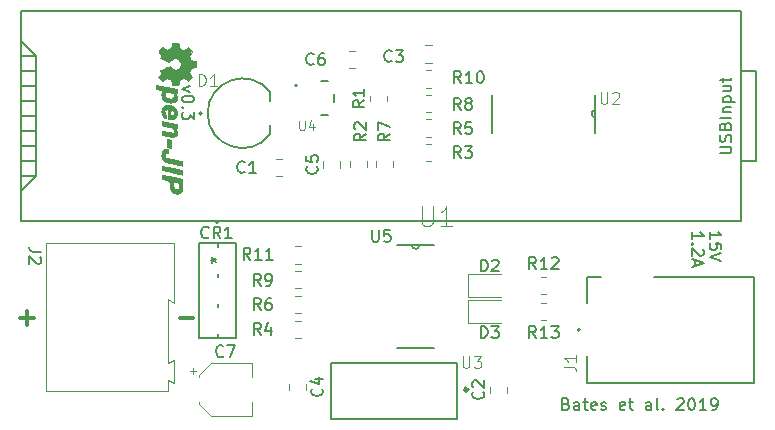
<source format=gbr>
%TF.GenerationSoftware,KiCad,Pcbnew,(5.1.8-0-10_14)*%
%TF.CreationDate,2021-01-27T14:23:45+11:00*%
%TF.ProjectId,Open-JIP(KiCad)_T3.6,4f70656e-2d4a-4495-9028-4b6943616429,rev?*%
%TF.SameCoordinates,Original*%
%TF.FileFunction,Legend,Top*%
%TF.FilePolarity,Positive*%
%FSLAX46Y46*%
G04 Gerber Fmt 4.6, Leading zero omitted, Abs format (unit mm)*
G04 Created by KiCad (PCBNEW (5.1.8-0-10_14)) date 2021-01-27 14:23:45*
%MOMM*%
%LPD*%
G01*
G04 APERTURE LIST*
%ADD10C,0.150000*%
%ADD11C,0.300000*%
%ADD12C,0.010000*%
%ADD13C,0.127000*%
%ADD14C,0.200000*%
%ADD15C,0.120000*%
%ADD16C,0.152400*%
%ADD17C,0.100000*%
%ADD18C,0.015000*%
G04 APERTURE END LIST*
D10*
X186547619Y-92642857D02*
X186547619Y-92071428D01*
X186547619Y-92357142D02*
X187547619Y-92357142D01*
X187404761Y-92261904D01*
X187309523Y-92166666D01*
X187261904Y-92071428D01*
X186642857Y-93071428D02*
X186595238Y-93119047D01*
X186547619Y-93071428D01*
X186595238Y-93023809D01*
X186642857Y-93071428D01*
X186547619Y-93071428D01*
X187452380Y-93500000D02*
X187500000Y-93547619D01*
X187547619Y-93642857D01*
X187547619Y-93880952D01*
X187500000Y-93976190D01*
X187452380Y-94023809D01*
X187357142Y-94071428D01*
X187261904Y-94071428D01*
X187119047Y-94023809D01*
X186547619Y-93452380D01*
X186547619Y-94071428D01*
X186833333Y-94452380D02*
X186833333Y-94928571D01*
X186547619Y-94357142D02*
X187547619Y-94690476D01*
X186547619Y-95023809D01*
X188047619Y-92630952D02*
X188047619Y-92059523D01*
X188047619Y-92345238D02*
X189047619Y-92345238D01*
X188904761Y-92250000D01*
X188809523Y-92154761D01*
X188761904Y-92059523D01*
X189047619Y-93535714D02*
X189047619Y-93059523D01*
X188571428Y-93011904D01*
X188619047Y-93059523D01*
X188666666Y-93154761D01*
X188666666Y-93392857D01*
X188619047Y-93488095D01*
X188571428Y-93535714D01*
X188476190Y-93583333D01*
X188238095Y-93583333D01*
X188142857Y-93535714D01*
X188095238Y-93488095D01*
X188047619Y-93392857D01*
X188047619Y-93154761D01*
X188095238Y-93059523D01*
X188142857Y-93011904D01*
X189047619Y-93869047D02*
X188047619Y-94202380D01*
X189047619Y-94535714D01*
X144058285Y-79695428D02*
X143391619Y-79933523D01*
X144058285Y-80171619D01*
X144391619Y-80743047D02*
X144391619Y-80838285D01*
X144344000Y-80933523D01*
X144296380Y-80981142D01*
X144201142Y-81028761D01*
X144010666Y-81076380D01*
X143772571Y-81076380D01*
X143582095Y-81028761D01*
X143486857Y-80981142D01*
X143439238Y-80933523D01*
X143391619Y-80838285D01*
X143391619Y-80743047D01*
X143439238Y-80647809D01*
X143486857Y-80600190D01*
X143582095Y-80552571D01*
X143772571Y-80504952D01*
X144010666Y-80504952D01*
X144201142Y-80552571D01*
X144296380Y-80600190D01*
X144344000Y-80647809D01*
X144391619Y-80743047D01*
X143486857Y-81504952D02*
X143439238Y-81552571D01*
X143391619Y-81504952D01*
X143439238Y-81457333D01*
X143486857Y-81504952D01*
X143391619Y-81504952D01*
X144391619Y-81885904D02*
X144391619Y-82504952D01*
X144010666Y-82171619D01*
X144010666Y-82314476D01*
X143963047Y-82409714D01*
X143915428Y-82457333D01*
X143820190Y-82504952D01*
X143582095Y-82504952D01*
X143486857Y-82457333D01*
X143439238Y-82409714D01*
X143391619Y-82314476D01*
X143391619Y-82028761D01*
X143439238Y-81933523D01*
X143486857Y-81885904D01*
X175903714Y-106608571D02*
X176046571Y-106656190D01*
X176094190Y-106703809D01*
X176141809Y-106799047D01*
X176141809Y-106941904D01*
X176094190Y-107037142D01*
X176046571Y-107084761D01*
X175951333Y-107132380D01*
X175570380Y-107132380D01*
X175570380Y-106132380D01*
X175903714Y-106132380D01*
X175998952Y-106180000D01*
X176046571Y-106227619D01*
X176094190Y-106322857D01*
X176094190Y-106418095D01*
X176046571Y-106513333D01*
X175998952Y-106560952D01*
X175903714Y-106608571D01*
X175570380Y-106608571D01*
X176998952Y-107132380D02*
X176998952Y-106608571D01*
X176951333Y-106513333D01*
X176856095Y-106465714D01*
X176665619Y-106465714D01*
X176570380Y-106513333D01*
X176998952Y-107084761D02*
X176903714Y-107132380D01*
X176665619Y-107132380D01*
X176570380Y-107084761D01*
X176522761Y-106989523D01*
X176522761Y-106894285D01*
X176570380Y-106799047D01*
X176665619Y-106751428D01*
X176903714Y-106751428D01*
X176998952Y-106703809D01*
X177332285Y-106465714D02*
X177713238Y-106465714D01*
X177475142Y-106132380D02*
X177475142Y-106989523D01*
X177522761Y-107084761D01*
X177618000Y-107132380D01*
X177713238Y-107132380D01*
X178427523Y-107084761D02*
X178332285Y-107132380D01*
X178141809Y-107132380D01*
X178046571Y-107084761D01*
X177998952Y-106989523D01*
X177998952Y-106608571D01*
X178046571Y-106513333D01*
X178141809Y-106465714D01*
X178332285Y-106465714D01*
X178427523Y-106513333D01*
X178475142Y-106608571D01*
X178475142Y-106703809D01*
X177998952Y-106799047D01*
X178856095Y-107084761D02*
X178951333Y-107132380D01*
X179141809Y-107132380D01*
X179237047Y-107084761D01*
X179284666Y-106989523D01*
X179284666Y-106941904D01*
X179237047Y-106846666D01*
X179141809Y-106799047D01*
X178998952Y-106799047D01*
X178903714Y-106751428D01*
X178856095Y-106656190D01*
X178856095Y-106608571D01*
X178903714Y-106513333D01*
X178998952Y-106465714D01*
X179141809Y-106465714D01*
X179237047Y-106513333D01*
X180856095Y-107084761D02*
X180760857Y-107132380D01*
X180570380Y-107132380D01*
X180475142Y-107084761D01*
X180427523Y-106989523D01*
X180427523Y-106608571D01*
X180475142Y-106513333D01*
X180570380Y-106465714D01*
X180760857Y-106465714D01*
X180856095Y-106513333D01*
X180903714Y-106608571D01*
X180903714Y-106703809D01*
X180427523Y-106799047D01*
X181189428Y-106465714D02*
X181570380Y-106465714D01*
X181332285Y-106132380D02*
X181332285Y-106989523D01*
X181379904Y-107084761D01*
X181475142Y-107132380D01*
X181570380Y-107132380D01*
X183094190Y-107132380D02*
X183094190Y-106608571D01*
X183046571Y-106513333D01*
X182951333Y-106465714D01*
X182760857Y-106465714D01*
X182665619Y-106513333D01*
X183094190Y-107084761D02*
X182998952Y-107132380D01*
X182760857Y-107132380D01*
X182665619Y-107084761D01*
X182618000Y-106989523D01*
X182618000Y-106894285D01*
X182665619Y-106799047D01*
X182760857Y-106751428D01*
X182998952Y-106751428D01*
X183094190Y-106703809D01*
X183713238Y-107132380D02*
X183618000Y-107084761D01*
X183570380Y-106989523D01*
X183570380Y-106132380D01*
X184094190Y-107037142D02*
X184141809Y-107084761D01*
X184094190Y-107132380D01*
X184046571Y-107084761D01*
X184094190Y-107037142D01*
X184094190Y-107132380D01*
X185284666Y-106227619D02*
X185332285Y-106180000D01*
X185427523Y-106132380D01*
X185665619Y-106132380D01*
X185760857Y-106180000D01*
X185808476Y-106227619D01*
X185856095Y-106322857D01*
X185856095Y-106418095D01*
X185808476Y-106560952D01*
X185237047Y-107132380D01*
X185856095Y-107132380D01*
X186475142Y-106132380D02*
X186570380Y-106132380D01*
X186665619Y-106180000D01*
X186713238Y-106227619D01*
X186760857Y-106322857D01*
X186808476Y-106513333D01*
X186808476Y-106751428D01*
X186760857Y-106941904D01*
X186713238Y-107037142D01*
X186665619Y-107084761D01*
X186570380Y-107132380D01*
X186475142Y-107132380D01*
X186379904Y-107084761D01*
X186332285Y-107037142D01*
X186284666Y-106941904D01*
X186237047Y-106751428D01*
X186237047Y-106513333D01*
X186284666Y-106322857D01*
X186332285Y-106227619D01*
X186379904Y-106180000D01*
X186475142Y-106132380D01*
X187760857Y-107132380D02*
X187189428Y-107132380D01*
X187475142Y-107132380D02*
X187475142Y-106132380D01*
X187379904Y-106275238D01*
X187284666Y-106370476D01*
X187189428Y-106418095D01*
X188237047Y-107132380D02*
X188427523Y-107132380D01*
X188522761Y-107084761D01*
X188570380Y-107037142D01*
X188665619Y-106894285D01*
X188713238Y-106703809D01*
X188713238Y-106322857D01*
X188665619Y-106227619D01*
X188617999Y-106180000D01*
X188522761Y-106132380D01*
X188332285Y-106132380D01*
X188237047Y-106180000D01*
X188189428Y-106227619D01*
X188141809Y-106322857D01*
X188141809Y-106560952D01*
X188189428Y-106656190D01*
X188237047Y-106703809D01*
X188332285Y-106751428D01*
X188522761Y-106751428D01*
X188617999Y-106703809D01*
X188665619Y-106656190D01*
X188713238Y-106560952D01*
D11*
X143178571Y-99357142D02*
X144321428Y-99357142D01*
X129678571Y-99357142D02*
X130821428Y-99357142D01*
X130250000Y-99928571D02*
X130250000Y-98785714D01*
D12*
%TO.C,G\u002A\u002A\u002A*%
G36*
X142916898Y-80848571D02*
G01*
X142839838Y-80960358D01*
X142771864Y-81016246D01*
X142704170Y-81053597D01*
X142628546Y-81076524D01*
X142527187Y-81089648D01*
X142475226Y-81093200D01*
X142269907Y-81086504D01*
X142084625Y-81044030D01*
X141924573Y-80969300D01*
X141794945Y-80865832D01*
X141700934Y-80737147D01*
X141647732Y-80586765D01*
X141639465Y-80526744D01*
X141635737Y-80402658D01*
X141651870Y-80309503D01*
X141692668Y-80229696D01*
X141735248Y-80176009D01*
X141810162Y-80090687D01*
X141538031Y-80034042D01*
X141422582Y-80009714D01*
X141322560Y-79988091D01*
X141250349Y-79971884D01*
X141221450Y-79964786D01*
X141197107Y-79949200D01*
X141183446Y-79912272D01*
X141177741Y-79842713D01*
X141177000Y-79780854D01*
X141177000Y-79609531D01*
X142046950Y-79790639D01*
X142132006Y-79808346D01*
X142132006Y-80191682D01*
X142019573Y-80232495D01*
X141959559Y-80282937D01*
X141902871Y-80367932D01*
X141893276Y-80450763D01*
X141929712Y-80543783D01*
X141936191Y-80554687D01*
X142008870Y-80631700D01*
X142116102Y-80694719D01*
X142242757Y-80739478D01*
X142373707Y-80761706D01*
X142493823Y-80757136D01*
X142568571Y-80733107D01*
X142655901Y-80666548D01*
X142699321Y-80585277D01*
X142700829Y-80496334D01*
X142662423Y-80406757D01*
X142586101Y-80323585D01*
X142473862Y-80253855D01*
X142426896Y-80234091D01*
X142268977Y-80192089D01*
X142132006Y-80191682D01*
X142132006Y-79808346D01*
X142916900Y-79971748D01*
X142924363Y-80139387D01*
X142927260Y-80228578D01*
X142923922Y-80277389D01*
X142911373Y-80296134D01*
X142886636Y-80295127D01*
X142879913Y-80293450D01*
X142846675Y-80285702D01*
X142833121Y-80290998D01*
X142840083Y-80318569D01*
X142868390Y-80377643D01*
X142891607Y-80423454D01*
X142944310Y-80572557D01*
X142952231Y-80716783D01*
X142916898Y-80848571D01*
G37*
X142916898Y-80848571D02*
X142839838Y-80960358D01*
X142771864Y-81016246D01*
X142704170Y-81053597D01*
X142628546Y-81076524D01*
X142527187Y-81089648D01*
X142475226Y-81093200D01*
X142269907Y-81086504D01*
X142084625Y-81044030D01*
X141924573Y-80969300D01*
X141794945Y-80865832D01*
X141700934Y-80737147D01*
X141647732Y-80586765D01*
X141639465Y-80526744D01*
X141635737Y-80402658D01*
X141651870Y-80309503D01*
X141692668Y-80229696D01*
X141735248Y-80176009D01*
X141810162Y-80090687D01*
X141538031Y-80034042D01*
X141422582Y-80009714D01*
X141322560Y-79988091D01*
X141250349Y-79971884D01*
X141221450Y-79964786D01*
X141197107Y-79949200D01*
X141183446Y-79912272D01*
X141177741Y-79842713D01*
X141177000Y-79780854D01*
X141177000Y-79609531D01*
X142046950Y-79790639D01*
X142132006Y-79808346D01*
X142132006Y-80191682D01*
X142019573Y-80232495D01*
X141959559Y-80282937D01*
X141902871Y-80367932D01*
X141893276Y-80450763D01*
X141929712Y-80543783D01*
X141936191Y-80554687D01*
X142008870Y-80631700D01*
X142116102Y-80694719D01*
X142242757Y-80739478D01*
X142373707Y-80761706D01*
X142493823Y-80757136D01*
X142568571Y-80733107D01*
X142655901Y-80666548D01*
X142699321Y-80585277D01*
X142700829Y-80496334D01*
X142662423Y-80406757D01*
X142586101Y-80323585D01*
X142473862Y-80253855D01*
X142426896Y-80234091D01*
X142268977Y-80192089D01*
X142132006Y-80191682D01*
X142132006Y-79808346D01*
X142916900Y-79971748D01*
X142924363Y-80139387D01*
X142927260Y-80228578D01*
X142923922Y-80277389D01*
X142911373Y-80296134D01*
X142886636Y-80295127D01*
X142879913Y-80293450D01*
X142846675Y-80285702D01*
X142833121Y-80290998D01*
X142840083Y-80318569D01*
X142868390Y-80377643D01*
X142891607Y-80423454D01*
X142944310Y-80572557D01*
X142952231Y-80716783D01*
X142916898Y-80848571D01*
G36*
X144104544Y-78182631D02*
G01*
X144037441Y-78351565D01*
X143970337Y-78520500D01*
X144248379Y-78926900D01*
X144073358Y-79102713D01*
X143898336Y-79278526D01*
X143692029Y-79143081D01*
X143485721Y-79007636D01*
X143316630Y-79082131D01*
X143227291Y-79123761D01*
X143174129Y-79157246D01*
X143145824Y-79192458D01*
X143131056Y-79239267D01*
X143129888Y-79244963D01*
X143114627Y-79320949D01*
X143094777Y-79419301D01*
X143082617Y-79479350D01*
X143052999Y-79625400D01*
X142553190Y-79625400D01*
X142522282Y-79441250D01*
X142500569Y-79319292D01*
X142479051Y-79236308D01*
X142450059Y-79181082D01*
X142405925Y-79142402D01*
X142338979Y-79109052D01*
X142278225Y-79084377D01*
X142104146Y-79015310D01*
X141921899Y-79142555D01*
X141837617Y-79199771D01*
X141768541Y-79243649D01*
X141725507Y-79267429D01*
X141717942Y-79269800D01*
X141691174Y-79252742D01*
X141640307Y-79208352D01*
X141575507Y-79146802D01*
X141506938Y-79078267D01*
X141444764Y-79012919D01*
X141399151Y-78960931D01*
X141380262Y-78932477D01*
X141380200Y-78931769D01*
X141393458Y-78903075D01*
X141428669Y-78843876D01*
X141478994Y-78765516D01*
X141494500Y-78742223D01*
X141556840Y-78646559D01*
X141592359Y-78580383D01*
X141603893Y-78531940D01*
X141594279Y-78489475D01*
X141566925Y-78442102D01*
X141542793Y-78388087D01*
X141547875Y-78356394D01*
X141575322Y-78342128D01*
X141639958Y-78312791D01*
X141732085Y-78272475D01*
X141842007Y-78225272D01*
X141960027Y-78175273D01*
X142076449Y-78126571D01*
X142181575Y-78083256D01*
X142265710Y-78049421D01*
X142319156Y-78029157D01*
X142332768Y-78025200D01*
X142348878Y-78044299D01*
X142383054Y-78092751D01*
X142403849Y-78123722D01*
X142500475Y-78227928D01*
X142620695Y-78294615D01*
X142754573Y-78324423D01*
X142892171Y-78317996D01*
X143023552Y-78275975D01*
X143138780Y-78199001D01*
X143227917Y-78087717D01*
X143237527Y-78069870D01*
X143287614Y-77920511D01*
X143289900Y-77770237D01*
X143245832Y-77627833D01*
X143156858Y-77502082D01*
X143141418Y-77486797D01*
X143010675Y-77392250D01*
X142872397Y-77346834D01*
X142731079Y-77350324D01*
X142591218Y-77402495D01*
X142457309Y-77503124D01*
X142438514Y-77521868D01*
X142315728Y-77648463D01*
X141924469Y-77487581D01*
X141773937Y-77424485D01*
X141666058Y-77376128D01*
X141595770Y-77339831D01*
X141558008Y-77312911D01*
X141547707Y-77292686D01*
X141548730Y-77288600D01*
X141582932Y-77202990D01*
X141598217Y-77145286D01*
X141592500Y-77097738D01*
X141563696Y-77042595D01*
X141510515Y-76963280D01*
X141457058Y-76882744D01*
X141415031Y-76816068D01*
X141392757Y-76776501D01*
X141391905Y-76774463D01*
X141403467Y-76743665D01*
X141444763Y-76687526D01*
X141508430Y-76615411D01*
X141552612Y-76570047D01*
X141725809Y-76398177D01*
X141911096Y-76528300D01*
X142096384Y-76658422D01*
X142282685Y-76587293D01*
X142468987Y-76516163D01*
X142513452Y-76280081D01*
X142557917Y-76044000D01*
X142805458Y-76043999D01*
X143052999Y-76043999D01*
X143081261Y-76190049D01*
X143106604Y-76321162D01*
X143126172Y-76412066D01*
X143144888Y-76472215D01*
X143167676Y-76511061D01*
X143199459Y-76538056D01*
X143245161Y-76562654D01*
X143285555Y-76582271D01*
X143368362Y-76619323D01*
X143439063Y-76644751D01*
X143473940Y-76652121D01*
X143515958Y-76638907D01*
X143586469Y-76602335D01*
X143673046Y-76549148D01*
X143711616Y-76523195D01*
X143900253Y-76392790D01*
X144250406Y-76742943D01*
X144110408Y-76952050D01*
X143970410Y-77161156D01*
X144034461Y-77318787D01*
X144071295Y-77401845D01*
X144105147Y-77465311D01*
X144127669Y-77494438D01*
X144165352Y-77506845D01*
X144238898Y-77523470D01*
X144333911Y-77541135D01*
X144356013Y-77544805D01*
X144555200Y-77577152D01*
X144555200Y-78095097D01*
X144104544Y-78182631D01*
G37*
X144104544Y-78182631D02*
X144037441Y-78351565D01*
X143970337Y-78520500D01*
X144248379Y-78926900D01*
X144073358Y-79102713D01*
X143898336Y-79278526D01*
X143692029Y-79143081D01*
X143485721Y-79007636D01*
X143316630Y-79082131D01*
X143227291Y-79123761D01*
X143174129Y-79157246D01*
X143145824Y-79192458D01*
X143131056Y-79239267D01*
X143129888Y-79244963D01*
X143114627Y-79320949D01*
X143094777Y-79419301D01*
X143082617Y-79479350D01*
X143052999Y-79625400D01*
X142553190Y-79625400D01*
X142522282Y-79441250D01*
X142500569Y-79319292D01*
X142479051Y-79236308D01*
X142450059Y-79181082D01*
X142405925Y-79142402D01*
X142338979Y-79109052D01*
X142278225Y-79084377D01*
X142104146Y-79015310D01*
X141921899Y-79142555D01*
X141837617Y-79199771D01*
X141768541Y-79243649D01*
X141725507Y-79267429D01*
X141717942Y-79269800D01*
X141691174Y-79252742D01*
X141640307Y-79208352D01*
X141575507Y-79146802D01*
X141506938Y-79078267D01*
X141444764Y-79012919D01*
X141399151Y-78960931D01*
X141380262Y-78932477D01*
X141380200Y-78931769D01*
X141393458Y-78903075D01*
X141428669Y-78843876D01*
X141478994Y-78765516D01*
X141494500Y-78742223D01*
X141556840Y-78646559D01*
X141592359Y-78580383D01*
X141603893Y-78531940D01*
X141594279Y-78489475D01*
X141566925Y-78442102D01*
X141542793Y-78388087D01*
X141547875Y-78356394D01*
X141575322Y-78342128D01*
X141639958Y-78312791D01*
X141732085Y-78272475D01*
X141842007Y-78225272D01*
X141960027Y-78175273D01*
X142076449Y-78126571D01*
X142181575Y-78083256D01*
X142265710Y-78049421D01*
X142319156Y-78029157D01*
X142332768Y-78025200D01*
X142348878Y-78044299D01*
X142383054Y-78092751D01*
X142403849Y-78123722D01*
X142500475Y-78227928D01*
X142620695Y-78294615D01*
X142754573Y-78324423D01*
X142892171Y-78317996D01*
X143023552Y-78275975D01*
X143138780Y-78199001D01*
X143227917Y-78087717D01*
X143237527Y-78069870D01*
X143287614Y-77920511D01*
X143289900Y-77770237D01*
X143245832Y-77627833D01*
X143156858Y-77502082D01*
X143141418Y-77486797D01*
X143010675Y-77392250D01*
X142872397Y-77346834D01*
X142731079Y-77350324D01*
X142591218Y-77402495D01*
X142457309Y-77503124D01*
X142438514Y-77521868D01*
X142315728Y-77648463D01*
X141924469Y-77487581D01*
X141773937Y-77424485D01*
X141666058Y-77376128D01*
X141595770Y-77339831D01*
X141558008Y-77312911D01*
X141547707Y-77292686D01*
X141548730Y-77288600D01*
X141582932Y-77202990D01*
X141598217Y-77145286D01*
X141592500Y-77097738D01*
X141563696Y-77042595D01*
X141510515Y-76963280D01*
X141457058Y-76882744D01*
X141415031Y-76816068D01*
X141392757Y-76776501D01*
X141391905Y-76774463D01*
X141403467Y-76743665D01*
X141444763Y-76687526D01*
X141508430Y-76615411D01*
X141552612Y-76570047D01*
X141725809Y-76398177D01*
X141911096Y-76528300D01*
X142096384Y-76658422D01*
X142282685Y-76587293D01*
X142468987Y-76516163D01*
X142513452Y-76280081D01*
X142557917Y-76044000D01*
X142805458Y-76043999D01*
X143052999Y-76043999D01*
X143081261Y-76190049D01*
X143106604Y-76321162D01*
X143126172Y-76412066D01*
X143144888Y-76472215D01*
X143167676Y-76511061D01*
X143199459Y-76538056D01*
X143245161Y-76562654D01*
X143285555Y-76582271D01*
X143368362Y-76619323D01*
X143439063Y-76644751D01*
X143473940Y-76652121D01*
X143515958Y-76638907D01*
X143586469Y-76602335D01*
X143673046Y-76549148D01*
X143711616Y-76523195D01*
X143900253Y-76392790D01*
X144250406Y-76742943D01*
X144110408Y-76952050D01*
X143970410Y-77161156D01*
X144034461Y-77318787D01*
X144071295Y-77401845D01*
X144105147Y-77465311D01*
X144127669Y-77494438D01*
X144165352Y-77506845D01*
X144238898Y-77523470D01*
X144333911Y-77541135D01*
X144356013Y-77544805D01*
X144555200Y-77577152D01*
X144555200Y-78095097D01*
X144104544Y-78182631D01*
G36*
X142942630Y-82113846D02*
G01*
X142894390Y-82262024D01*
X142807304Y-82379140D01*
X142683733Y-82462720D01*
X142526041Y-82510291D01*
X142391928Y-82520858D01*
X142320426Y-82520843D01*
X142268474Y-82515951D01*
X142232957Y-82499205D01*
X142210759Y-82463628D01*
X142198768Y-82402245D01*
X142193867Y-82308078D01*
X142192942Y-82174152D01*
X142193000Y-82075281D01*
X142191431Y-81913007D01*
X142186931Y-81784383D01*
X142179812Y-81694589D01*
X142170384Y-81648803D01*
X142167104Y-81644393D01*
X142120074Y-81639962D01*
X142052190Y-81658719D01*
X141982852Y-81692864D01*
X141931459Y-81734596D01*
X141926379Y-81741195D01*
X141889564Y-81835137D01*
X141895218Y-81940393D01*
X141941685Y-82043110D01*
X141966328Y-82074814D01*
X142010988Y-82130115D01*
X142031722Y-82176892D01*
X142034108Y-82236275D01*
X142026902Y-82304298D01*
X142011472Y-82386699D01*
X141991510Y-82435824D01*
X141978746Y-82444800D01*
X141930972Y-82425548D01*
X141866613Y-82375463D01*
X141797155Y-82306053D01*
X141734084Y-82228824D01*
X141688888Y-82155283D01*
X141688124Y-82153671D01*
X141646903Y-82018939D01*
X141634384Y-81865447D01*
X141650805Y-81715090D01*
X141682278Y-81617503D01*
X141768032Y-81487057D01*
X141888597Y-81389744D01*
X142037864Y-81328592D01*
X142209725Y-81306629D01*
X142300369Y-81311095D01*
X142422862Y-81337801D01*
X142422862Y-81682800D01*
X142409664Y-81707403D01*
X142400720Y-81778313D01*
X142396486Y-81891178D01*
X142396200Y-81936800D01*
X142396200Y-82190800D01*
X142486255Y-82190800D01*
X142582071Y-82169377D01*
X142652749Y-82112771D01*
X142693204Y-82032472D01*
X142698350Y-81939970D01*
X142663102Y-81846757D01*
X142647958Y-81825417D01*
X142589246Y-81767789D01*
X142516060Y-81717490D01*
X142447896Y-81686876D01*
X142422862Y-81682800D01*
X142422862Y-81337801D01*
X142492222Y-81352923D01*
X142656428Y-81432925D01*
X142788642Y-81546909D01*
X142884519Y-81690687D01*
X142939712Y-81860068D01*
X142949659Y-81937079D01*
X142942630Y-82113846D01*
G37*
X142942630Y-82113846D02*
X142894390Y-82262024D01*
X142807304Y-82379140D01*
X142683733Y-82462720D01*
X142526041Y-82510291D01*
X142391928Y-82520858D01*
X142320426Y-82520843D01*
X142268474Y-82515951D01*
X142232957Y-82499205D01*
X142210759Y-82463628D01*
X142198768Y-82402245D01*
X142193867Y-82308078D01*
X142192942Y-82174152D01*
X142193000Y-82075281D01*
X142191431Y-81913007D01*
X142186931Y-81784383D01*
X142179812Y-81694589D01*
X142170384Y-81648803D01*
X142167104Y-81644393D01*
X142120074Y-81639962D01*
X142052190Y-81658719D01*
X141982852Y-81692864D01*
X141931459Y-81734596D01*
X141926379Y-81741195D01*
X141889564Y-81835137D01*
X141895218Y-81940393D01*
X141941685Y-82043110D01*
X141966328Y-82074814D01*
X142010988Y-82130115D01*
X142031722Y-82176892D01*
X142034108Y-82236275D01*
X142026902Y-82304298D01*
X142011472Y-82386699D01*
X141991510Y-82435824D01*
X141978746Y-82444800D01*
X141930972Y-82425548D01*
X141866613Y-82375463D01*
X141797155Y-82306053D01*
X141734084Y-82228824D01*
X141688888Y-82155283D01*
X141688124Y-82153671D01*
X141646903Y-82018939D01*
X141634384Y-81865447D01*
X141650805Y-81715090D01*
X141682278Y-81617503D01*
X141768032Y-81487057D01*
X141888597Y-81389744D01*
X142037864Y-81328592D01*
X142209725Y-81306629D01*
X142300369Y-81311095D01*
X142422862Y-81337801D01*
X142422862Y-81682800D01*
X142409664Y-81707403D01*
X142400720Y-81778313D01*
X142396486Y-81891178D01*
X142396200Y-81936800D01*
X142396200Y-82190800D01*
X142486255Y-82190800D01*
X142582071Y-82169377D01*
X142652749Y-82112771D01*
X142693204Y-82032472D01*
X142698350Y-81939970D01*
X142663102Y-81846757D01*
X142647958Y-81825417D01*
X142589246Y-81767789D01*
X142516060Y-81717490D01*
X142447896Y-81686876D01*
X142422862Y-81682800D01*
X142422862Y-81337801D01*
X142492222Y-81352923D01*
X142656428Y-81432925D01*
X142788642Y-81546909D01*
X142884519Y-81690687D01*
X142939712Y-81860068D01*
X142949659Y-81937079D01*
X142942630Y-82113846D01*
G36*
X143410514Y-86342441D02*
G01*
X143406075Y-86405945D01*
X143399817Y-86432460D01*
X143399305Y-86432600D01*
X143357901Y-86427028D01*
X143275399Y-86411557D01*
X143160117Y-86388050D01*
X143020377Y-86358372D01*
X142864496Y-86324384D01*
X142700797Y-86287953D01*
X142537599Y-86250941D01*
X142383221Y-86215213D01*
X142245984Y-86182632D01*
X142134208Y-86155063D01*
X142056213Y-86134368D01*
X142026260Y-86125004D01*
X141866723Y-86047624D01*
X141751776Y-85949056D01*
X141677982Y-85824280D01*
X141641904Y-85668275D01*
X141636942Y-85556300D01*
X141640917Y-85454388D01*
X141649702Y-85362836D01*
X141660475Y-85305330D01*
X141715282Y-85201310D01*
X141805717Y-85113345D01*
X141881035Y-85070426D01*
X141953132Y-85048715D01*
X142033047Y-85037383D01*
X142103195Y-85037463D01*
X142145990Y-85049984D01*
X142150068Y-85054650D01*
X142158407Y-85088379D01*
X142169016Y-85156585D01*
X142177653Y-85227370D01*
X142194374Y-85381040D01*
X142101811Y-85381040D01*
X142014464Y-85398416D01*
X141961065Y-85452067D01*
X141939628Y-85544274D01*
X141939000Y-85568203D01*
X141958950Y-85676115D01*
X142019113Y-85753013D01*
X142111199Y-85797139D01*
X142153278Y-85807484D01*
X142234518Y-85826075D01*
X142346756Y-85851146D01*
X142481828Y-85880931D01*
X142631571Y-85913663D01*
X142787822Y-85947576D01*
X142942418Y-85980902D01*
X143087194Y-86011876D01*
X143213987Y-86038730D01*
X143314634Y-86059698D01*
X143380972Y-86073014D01*
X143404445Y-86077000D01*
X143408268Y-86100256D01*
X143411038Y-86161459D01*
X143412194Y-86247754D01*
X143412200Y-86254800D01*
X143410514Y-86342441D01*
G37*
X143410514Y-86342441D02*
X143406075Y-86405945D01*
X143399817Y-86432460D01*
X143399305Y-86432600D01*
X143357901Y-86427028D01*
X143275399Y-86411557D01*
X143160117Y-86388050D01*
X143020377Y-86358372D01*
X142864496Y-86324384D01*
X142700797Y-86287953D01*
X142537599Y-86250941D01*
X142383221Y-86215213D01*
X142245984Y-86182632D01*
X142134208Y-86155063D01*
X142056213Y-86134368D01*
X142026260Y-86125004D01*
X141866723Y-86047624D01*
X141751776Y-85949056D01*
X141677982Y-85824280D01*
X141641904Y-85668275D01*
X141636942Y-85556300D01*
X141640917Y-85454388D01*
X141649702Y-85362836D01*
X141660475Y-85305330D01*
X141715282Y-85201310D01*
X141805717Y-85113345D01*
X141881035Y-85070426D01*
X141953132Y-85048715D01*
X142033047Y-85037383D01*
X142103195Y-85037463D01*
X142145990Y-85049984D01*
X142150068Y-85054650D01*
X142158407Y-85088379D01*
X142169016Y-85156585D01*
X142177653Y-85227370D01*
X142194374Y-85381040D01*
X142101811Y-85381040D01*
X142014464Y-85398416D01*
X141961065Y-85452067D01*
X141939628Y-85544274D01*
X141939000Y-85568203D01*
X141958950Y-85676115D01*
X142019113Y-85753013D01*
X142111199Y-85797139D01*
X142153278Y-85807484D01*
X142234518Y-85826075D01*
X142346756Y-85851146D01*
X142481828Y-85880931D01*
X142631571Y-85913663D01*
X142787822Y-85947576D01*
X142942418Y-85980902D01*
X143087194Y-86011876D01*
X143213987Y-86038730D01*
X143314634Y-86059698D01*
X143380972Y-86073014D01*
X143404445Y-86077000D01*
X143408268Y-86100256D01*
X143411038Y-86161459D01*
X143412194Y-86247754D01*
X143412200Y-86254800D01*
X143410514Y-86342441D01*
G36*
X142940651Y-83764947D02*
G01*
X142932103Y-83825272D01*
X142911259Y-83867512D01*
X142872720Y-83908012D01*
X142859946Y-83919550D01*
X142791372Y-83970580D01*
X142723570Y-84005724D01*
X142709007Y-84010347D01*
X142657178Y-84011487D01*
X142561056Y-84001344D01*
X142425707Y-83980650D01*
X142256196Y-83950141D01*
X142150011Y-83929397D01*
X141659600Y-83831232D01*
X141659600Y-83658716D01*
X141661560Y-83572537D01*
X141666706Y-83510690D01*
X141673936Y-83486220D01*
X141674161Y-83486200D01*
X141702600Y-83491089D01*
X141772471Y-83504654D01*
X141875467Y-83525236D01*
X142003281Y-83551178D01*
X142125011Y-83576159D01*
X142271023Y-83604834D01*
X142402975Y-83628073D01*
X142511515Y-83644437D01*
X142587289Y-83652490D01*
X142618064Y-83651972D01*
X142673812Y-83616305D01*
X142698281Y-83552369D01*
X142692436Y-83471149D01*
X142657243Y-83383631D01*
X142593669Y-83300798D01*
X142586564Y-83293926D01*
X142525993Y-83248878D01*
X142440960Y-83207342D01*
X142325578Y-83167407D01*
X142173961Y-83127163D01*
X141980220Y-83084698D01*
X141881850Y-83065155D01*
X141659600Y-83022048D01*
X141659600Y-82847724D01*
X141660991Y-82761039D01*
X141664643Y-82698621D01*
X141669782Y-82673449D01*
X141670030Y-82673400D01*
X141696742Y-82678408D01*
X141766252Y-82692480D01*
X141871656Y-82714190D01*
X142006048Y-82742110D01*
X142162522Y-82774812D01*
X142284421Y-82800400D01*
X142453167Y-82835712D01*
X142605435Y-82867248D01*
X142734168Y-82893575D01*
X142832306Y-82913256D01*
X142892793Y-82924856D01*
X142908991Y-82927400D01*
X142919399Y-82950589D01*
X142926808Y-83011356D01*
X142929600Y-83095675D01*
X142929600Y-83263950D01*
X142855049Y-83249039D01*
X142780498Y-83234129D01*
X142861399Y-83364272D01*
X142906561Y-83444039D01*
X142931066Y-83513502D01*
X142940914Y-83595347D01*
X142942300Y-83670190D01*
X142940651Y-83764947D01*
G37*
X142940651Y-83764947D02*
X142932103Y-83825272D01*
X142911259Y-83867512D01*
X142872720Y-83908012D01*
X142859946Y-83919550D01*
X142791372Y-83970580D01*
X142723570Y-84005724D01*
X142709007Y-84010347D01*
X142657178Y-84011487D01*
X142561056Y-84001344D01*
X142425707Y-83980650D01*
X142256196Y-83950141D01*
X142150011Y-83929397D01*
X141659600Y-83831232D01*
X141659600Y-83658716D01*
X141661560Y-83572537D01*
X141666706Y-83510690D01*
X141673936Y-83486220D01*
X141674161Y-83486200D01*
X141702600Y-83491089D01*
X141772471Y-83504654D01*
X141875467Y-83525236D01*
X142003281Y-83551178D01*
X142125011Y-83576159D01*
X142271023Y-83604834D01*
X142402975Y-83628073D01*
X142511515Y-83644437D01*
X142587289Y-83652490D01*
X142618064Y-83651972D01*
X142673812Y-83616305D01*
X142698281Y-83552369D01*
X142692436Y-83471149D01*
X142657243Y-83383631D01*
X142593669Y-83300798D01*
X142586564Y-83293926D01*
X142525993Y-83248878D01*
X142440960Y-83207342D01*
X142325578Y-83167407D01*
X142173961Y-83127163D01*
X141980220Y-83084698D01*
X141881850Y-83065155D01*
X141659600Y-83022048D01*
X141659600Y-82847724D01*
X141660991Y-82761039D01*
X141664643Y-82698621D01*
X141669782Y-82673449D01*
X141670030Y-82673400D01*
X141696742Y-82678408D01*
X141766252Y-82692480D01*
X141871656Y-82714190D01*
X142006048Y-82742110D01*
X142162522Y-82774812D01*
X142284421Y-82800400D01*
X142453167Y-82835712D01*
X142605435Y-82867248D01*
X142734168Y-82893575D01*
X142832306Y-82913256D01*
X142892793Y-82924856D01*
X142908991Y-82927400D01*
X142919399Y-82950589D01*
X142926808Y-83011356D01*
X142929600Y-83095675D01*
X142929600Y-83263950D01*
X142855049Y-83249039D01*
X142780498Y-83234129D01*
X142861399Y-83364272D01*
X142906561Y-83444039D01*
X142931066Y-83513502D01*
X142940914Y-83595347D01*
X142942300Y-83670190D01*
X142940651Y-83764947D01*
G36*
X143409834Y-87113139D02*
G01*
X143401949Y-87169856D01*
X143387372Y-87188968D01*
X143380450Y-87187968D01*
X143348800Y-87180115D01*
X143273397Y-87163317D01*
X143160249Y-87138853D01*
X143015362Y-87108006D01*
X142844745Y-87072057D01*
X142654403Y-87032286D01*
X142504152Y-87001101D01*
X141659604Y-86826300D01*
X141659602Y-86640438D01*
X141660890Y-86544859D01*
X141666407Y-86490393D01*
X141678632Y-86467384D01*
X141700042Y-86466174D01*
X141704050Y-86467233D01*
X141738879Y-86475274D01*
X141817283Y-86492272D01*
X141933086Y-86516924D01*
X142080111Y-86547926D01*
X142252182Y-86583973D01*
X142443121Y-86623762D01*
X142580350Y-86652241D01*
X143412200Y-86824592D01*
X143412200Y-87012313D01*
X143409834Y-87113139D01*
G37*
X143409834Y-87113139D02*
X143401949Y-87169856D01*
X143387372Y-87188968D01*
X143380450Y-87187968D01*
X143348800Y-87180115D01*
X143273397Y-87163317D01*
X143160249Y-87138853D01*
X143015362Y-87108006D01*
X142844745Y-87072057D01*
X142654403Y-87032286D01*
X142504152Y-87001101D01*
X141659604Y-86826300D01*
X141659602Y-86640438D01*
X141660890Y-86544859D01*
X141666407Y-86490393D01*
X141678632Y-86467384D01*
X141700042Y-86466174D01*
X141704050Y-86467233D01*
X141738879Y-86475274D01*
X141817283Y-86492272D01*
X141933086Y-86516924D01*
X142080111Y-86547926D01*
X142252182Y-86583973D01*
X142443121Y-86623762D01*
X142580350Y-86652241D01*
X143412200Y-86824592D01*
X143412200Y-87012313D01*
X143409834Y-87113139D01*
G36*
X143399022Y-88202450D02*
G01*
X143397068Y-88328773D01*
X143392865Y-88421232D01*
X143385635Y-88488291D01*
X143374604Y-88538417D01*
X143358996Y-88580075D01*
X143347229Y-88604300D01*
X143268420Y-88707665D01*
X143162323Y-88776161D01*
X143037299Y-88811103D01*
X142901712Y-88813812D01*
X142763923Y-88785605D01*
X142632295Y-88727800D01*
X142515191Y-88641715D01*
X142420973Y-88528669D01*
X142380380Y-88451900D01*
X142357367Y-88376644D01*
X142340675Y-88268939D01*
X142329363Y-88121540D01*
X142325354Y-88028542D01*
X142314124Y-87706784D01*
X142145612Y-87668926D01*
X142025810Y-87642787D01*
X141896016Y-87615626D01*
X141818350Y-87600029D01*
X141659600Y-87568990D01*
X141659600Y-87200987D01*
X142186650Y-87310765D01*
X142372372Y-87349487D01*
X142567912Y-87390326D01*
X142653203Y-87408165D01*
X142653203Y-87778800D01*
X142635321Y-87801748D01*
X142625506Y-87862244D01*
X142623254Y-87947763D01*
X142628065Y-88045780D01*
X142639436Y-88143770D01*
X142656867Y-88229209D01*
X142673141Y-88276484D01*
X142731277Y-88360731D01*
X142809948Y-88418182D01*
X142897418Y-88446262D01*
X142981950Y-88442395D01*
X143051808Y-88404004D01*
X143080456Y-88365885D01*
X143092696Y-88318350D01*
X143102031Y-88235142D01*
X143106978Y-88131371D01*
X143107400Y-88090992D01*
X143107400Y-87866445D01*
X142894503Y-87822622D01*
X142794171Y-87802619D01*
X142711863Y-87787405D01*
X142661054Y-87779429D01*
X142653203Y-87778800D01*
X142653203Y-87408165D01*
X142758183Y-87430123D01*
X142928098Y-87465725D01*
X143056600Y-87492719D01*
X143399500Y-87564895D01*
X143399500Y-88033797D01*
X143399022Y-88202450D01*
G37*
X143399022Y-88202450D02*
X143397068Y-88328773D01*
X143392865Y-88421232D01*
X143385635Y-88488291D01*
X143374604Y-88538417D01*
X143358996Y-88580075D01*
X143347229Y-88604300D01*
X143268420Y-88707665D01*
X143162323Y-88776161D01*
X143037299Y-88811103D01*
X142901712Y-88813812D01*
X142763923Y-88785605D01*
X142632295Y-88727800D01*
X142515191Y-88641715D01*
X142420973Y-88528669D01*
X142380380Y-88451900D01*
X142357367Y-88376644D01*
X142340675Y-88268939D01*
X142329363Y-88121540D01*
X142325354Y-88028542D01*
X142314124Y-87706784D01*
X142145612Y-87668926D01*
X142025810Y-87642787D01*
X141896016Y-87615626D01*
X141818350Y-87600029D01*
X141659600Y-87568990D01*
X141659600Y-87200987D01*
X142186650Y-87310765D01*
X142372372Y-87349487D01*
X142567912Y-87390326D01*
X142653203Y-87408165D01*
X142653203Y-87778800D01*
X142635321Y-87801748D01*
X142625506Y-87862244D01*
X142623254Y-87947763D01*
X142628065Y-88045780D01*
X142639436Y-88143770D01*
X142656867Y-88229209D01*
X142673141Y-88276484D01*
X142731277Y-88360731D01*
X142809948Y-88418182D01*
X142897418Y-88446262D01*
X142981950Y-88442395D01*
X143051808Y-88404004D01*
X143080456Y-88365885D01*
X143092696Y-88318350D01*
X143102031Y-88235142D01*
X143106978Y-88131371D01*
X143107400Y-88090992D01*
X143107400Y-87866445D01*
X142894503Y-87822622D01*
X142794171Y-87802619D01*
X142711863Y-87787405D01*
X142661054Y-87779429D01*
X142653203Y-87778800D01*
X142653203Y-87408165D01*
X142758183Y-87430123D01*
X142928098Y-87465725D01*
X143056600Y-87492719D01*
X143399500Y-87564895D01*
X143399500Y-88033797D01*
X143399022Y-88202450D01*
G36*
X142352497Y-84918633D02*
G01*
X142263486Y-84902637D01*
X142201777Y-84887898D01*
X142162217Y-84865744D01*
X142139650Y-84827502D01*
X142128923Y-84764498D01*
X142124880Y-84668060D01*
X142122409Y-84531487D01*
X142115317Y-84196059D01*
X142173209Y-84209538D01*
X142236437Y-84223364D01*
X142317728Y-84240086D01*
X142332700Y-84243061D01*
X142434300Y-84263104D01*
X142441397Y-84599843D01*
X142448493Y-84936581D01*
X142352497Y-84918633D01*
G37*
X142352497Y-84918633D02*
X142263486Y-84902637D01*
X142201777Y-84887898D01*
X142162217Y-84865744D01*
X142139650Y-84827502D01*
X142128923Y-84764498D01*
X142124880Y-84668060D01*
X142122409Y-84531487D01*
X142115317Y-84196059D01*
X142173209Y-84209538D01*
X142236437Y-84223364D01*
X142317728Y-84240086D01*
X142332700Y-84243061D01*
X142434300Y-84263104D01*
X142441397Y-84599843D01*
X142448493Y-84936581D01*
X142352497Y-84918633D01*
D10*
%TO.C,U5*%
X190705001Y-73375001D02*
X190705001Y-91155001D01*
X129745001Y-91155001D02*
X129745001Y-73375001D01*
X191975001Y-86075001D02*
X190705001Y-86075001D01*
X191975001Y-78455001D02*
X191975001Y-86075001D01*
X190705001Y-78455001D02*
X191975001Y-78455001D01*
X190705001Y-73375001D02*
X129745001Y-73375001D01*
X129745001Y-91155001D02*
X190705001Y-91155001D01*
X131015001Y-87345001D02*
X129745001Y-88615001D01*
X131015001Y-77185001D02*
X131015001Y-87345001D01*
X129745001Y-75915001D02*
X131015001Y-77185001D01*
X131015001Y-87345001D02*
X129745001Y-87345001D01*
X131015001Y-86075001D02*
X129745001Y-86075001D01*
X131015001Y-84805001D02*
X129745001Y-84805001D01*
X131015001Y-83535001D02*
X129745001Y-83535001D01*
X131015001Y-82265001D02*
X129745001Y-82265001D01*
X131015001Y-80995001D02*
X129745001Y-80995001D01*
X131015001Y-79725001D02*
X129745001Y-79725001D01*
X131015001Y-78455001D02*
X129745001Y-78455001D01*
X131015001Y-77185001D02*
X129745001Y-77185001D01*
D13*
%TO.C,J1*%
X177652000Y-102550000D02*
X177652000Y-104830000D01*
X177652000Y-104830000D02*
X191842000Y-104830000D01*
X191842000Y-104830000D02*
X191842000Y-95830000D01*
X191842000Y-95830000D02*
X183322000Y-95830000D01*
X177652000Y-98110000D02*
X177652000Y-95830000D01*
X177652000Y-95830000D02*
X178882000Y-95830000D01*
D14*
X177052000Y-100330000D02*
G75*
G03*
X177052000Y-100330000I-100000J0D01*
G01*
D15*
%TO.C,R13*%
X174233064Y-98071000D02*
X173778936Y-98071000D01*
X174233064Y-99541000D02*
X173778936Y-99541000D01*
%TO.C,D3*%
X167549000Y-99766000D02*
X170409000Y-99766000D01*
X167549000Y-97846000D02*
X167549000Y-99766000D01*
X170409000Y-97846000D02*
X167549000Y-97846000D01*
%TO.C,C1*%
X151355248Y-85879000D02*
X151877752Y-85879000D01*
X151355248Y-87349000D02*
X151877752Y-87349000D01*
%TO.C,C2*%
X170915000Y-105671252D02*
X170915000Y-105148748D01*
X169445000Y-105671252D02*
X169445000Y-105148748D01*
%TO.C,C3*%
X163976248Y-77735000D02*
X164498752Y-77735000D01*
X163976248Y-76265000D02*
X164498752Y-76265000D01*
%TO.C,C4*%
X153897000Y-104894748D02*
X153897000Y-105417252D01*
X152427000Y-104894748D02*
X152427000Y-105417252D01*
%TO.C,C5*%
X155315000Y-86598752D02*
X155315000Y-86076248D01*
X156785000Y-86598752D02*
X156785000Y-86076248D01*
%TO.C,C6*%
X158016752Y-76735000D02*
X157494248Y-76735000D01*
X158016752Y-78205000D02*
X157494248Y-78205000D01*
%TO.C,C7*%
X144300000Y-103590000D02*
X144300000Y-104090000D01*
X144050000Y-103840000D02*
X144550000Y-103840000D01*
X144790000Y-106595563D02*
X145854437Y-107660000D01*
X144790000Y-104204437D02*
X145854437Y-103140000D01*
X144790000Y-104204437D02*
X144790000Y-104340000D01*
X144790000Y-106595563D02*
X144790000Y-106460000D01*
X145854437Y-107660000D02*
X149310000Y-107660000D01*
X145854437Y-103140000D02*
X149310000Y-103140000D01*
X149310000Y-103140000D02*
X149310000Y-104340000D01*
X149310000Y-107660000D02*
X149310000Y-106460000D01*
D16*
%TO.C,CR1*%
X146477000Y-91186100D02*
G75*
G03*
X146477000Y-91186100I-127000J0D01*
G01*
X146400800Y-100687125D02*
X146400800Y-100888900D01*
X146400800Y-98147125D02*
X146400800Y-98372875D01*
X146400800Y-95608240D02*
X146400800Y-95832875D01*
X147924800Y-92964100D02*
X144775200Y-92964100D01*
X147924800Y-101015900D02*
X147924800Y-92964100D01*
X144775200Y-101015900D02*
X147924800Y-101015900D01*
X144775200Y-92964100D02*
X144775200Y-101015900D01*
X146400800Y-93091100D02*
X146400800Y-93291760D01*
D13*
%TO.C,D1*%
X150850000Y-83000000D02*
X150850000Y-83770000D01*
X150850000Y-80230000D02*
X150850000Y-81000000D01*
D14*
X145083178Y-82020000D02*
G75*
G03*
X145083178Y-82020000I-143178J0D01*
G01*
D13*
X150850000Y-80230000D02*
G75*
G03*
X150850000Y-83770000I-2359991J-1770000D01*
G01*
D15*
%TO.C,D2*%
X167549000Y-97546000D02*
X170409000Y-97546000D01*
X167549000Y-95626000D02*
X167549000Y-97546000D01*
X170409000Y-95626000D02*
X167549000Y-95626000D01*
%TO.C,J2*%
X142700000Y-92950000D02*
X131850000Y-92950000D01*
X142700000Y-98050000D02*
X142700000Y-92950000D01*
X142200000Y-97750000D02*
X142700000Y-98050000D01*
X142200000Y-103150000D02*
X142200000Y-97750000D01*
X142700000Y-102900000D02*
X142200000Y-103150000D01*
X142700000Y-102950000D02*
X142700000Y-102900000D01*
X142700000Y-104850000D02*
X142700000Y-102950000D01*
X142200000Y-104600000D02*
X142700000Y-104850000D01*
X142200000Y-105550000D02*
X142200000Y-104600000D01*
X131850000Y-105550000D02*
X142200000Y-105550000D01*
X131850000Y-92950000D02*
X131850000Y-105550000D01*
%TO.C,R1*%
X160755000Y-80983064D02*
X160755000Y-80528936D01*
X159285000Y-80983064D02*
X159285000Y-80528936D01*
%TO.C,R2*%
X157565000Y-86527064D02*
X157565000Y-86072936D01*
X159035000Y-86527064D02*
X159035000Y-86072936D01*
%TO.C,R3*%
X164022936Y-86085000D02*
X164477064Y-86085000D01*
X164022936Y-84615000D02*
X164477064Y-84615000D01*
%TO.C,R4*%
X152972936Y-99565000D02*
X153427064Y-99565000D01*
X152972936Y-101035000D02*
X153427064Y-101035000D01*
%TO.C,R5*%
X164022936Y-82515000D02*
X164477064Y-82515000D01*
X164022936Y-83985000D02*
X164477064Y-83985000D01*
%TO.C,R6*%
X152972936Y-98935000D02*
X153427064Y-98935000D01*
X152972936Y-97465000D02*
X153427064Y-97465000D01*
%TO.C,R7*%
X161235000Y-86527064D02*
X161235000Y-86072936D01*
X159765000Y-86527064D02*
X159765000Y-86072936D01*
%TO.C,R8*%
X164022936Y-81885000D02*
X164477064Y-81885000D01*
X164022936Y-80415000D02*
X164477064Y-80415000D01*
%TO.C,R9*%
X152972936Y-96835000D02*
X153427064Y-96835000D01*
X152972936Y-95365000D02*
X153427064Y-95365000D01*
%TO.C,R10*%
X164022936Y-78365000D02*
X164477064Y-78365000D01*
X164022936Y-79835000D02*
X164477064Y-79835000D01*
%TO.C,R11*%
X152972936Y-93265000D02*
X153427064Y-93265000D01*
X152972936Y-94735000D02*
X153427064Y-94735000D01*
%TO.C,R12*%
X174233064Y-97321000D02*
X173778936Y-97321000D01*
X174233064Y-95851000D02*
X173778936Y-95851000D01*
D16*
%TO.C,U1*%
X162845200Y-93181200D02*
X161549800Y-93181200D01*
X163454800Y-93181200D02*
X162845200Y-93181200D01*
X164750200Y-93181200D02*
X163454800Y-93181200D01*
X161549800Y-101918800D02*
X164750200Y-101918800D01*
X163454800Y-93181200D02*
G75*
G02*
X162845200Y-93181200I-304800J0D01*
G01*
%TO.C,U2*%
X169621200Y-80441800D02*
X169621200Y-83642200D01*
X178358800Y-83642200D02*
X178358800Y-82346800D01*
X178358800Y-82346800D02*
X178358800Y-81737200D01*
X178358800Y-81737200D02*
X178358800Y-80441800D01*
X178358800Y-82346800D02*
G75*
G02*
X178358800Y-81737200I0J304800D01*
G01*
D11*
%TO.C,U3*%
X167571419Y-105410000D02*
G75*
G03*
X167571419Y-105410000I-141419J0D01*
G01*
D13*
X155950000Y-103190000D02*
X166630000Y-103190000D01*
X166630000Y-103190000D02*
X166630000Y-107890000D01*
X155950000Y-107890000D02*
X155950000Y-103190000D01*
X166630000Y-107890000D02*
X155950000Y-107890000D01*
%TO.C,U4*%
X155763000Y-82156000D02*
X155103000Y-82156000D01*
X156233000Y-80371000D02*
X156233000Y-81041000D01*
X155103000Y-79256000D02*
X155763000Y-79256000D01*
D14*
X153123000Y-79656000D02*
G75*
G03*
X153123000Y-79656000I-100000J0D01*
G01*
%TO.C,U5*%
D10*
X159463096Y-91877381D02*
X159463096Y-92686905D01*
X159510715Y-92782143D01*
X159558334Y-92829762D01*
X159653572Y-92877381D01*
X159844048Y-92877381D01*
X159939286Y-92829762D01*
X159986905Y-92782143D01*
X160034524Y-92686905D01*
X160034524Y-91877381D01*
X160986905Y-91877381D02*
X160510715Y-91877381D01*
X160463096Y-92353572D01*
X160510715Y-92305953D01*
X160605953Y-92258334D01*
X160844048Y-92258334D01*
X160939286Y-92305953D01*
X160986905Y-92353572D01*
X161034524Y-92448810D01*
X161034524Y-92686905D01*
X160986905Y-92782143D01*
X160939286Y-92829762D01*
X160844048Y-92877381D01*
X160605953Y-92877381D01*
X160510715Y-92829762D01*
X160463096Y-92782143D01*
X188887381Y-85407858D02*
X189696905Y-85407858D01*
X189792143Y-85360239D01*
X189839762Y-85312620D01*
X189887381Y-85217381D01*
X189887381Y-85026905D01*
X189839762Y-84931667D01*
X189792143Y-84884048D01*
X189696905Y-84836429D01*
X188887381Y-84836429D01*
X189839762Y-84407858D02*
X189887381Y-84265001D01*
X189887381Y-84026905D01*
X189839762Y-83931667D01*
X189792143Y-83884048D01*
X189696905Y-83836429D01*
X189601667Y-83836429D01*
X189506429Y-83884048D01*
X189458810Y-83931667D01*
X189411191Y-84026905D01*
X189363572Y-84217381D01*
X189315953Y-84312620D01*
X189268334Y-84360239D01*
X189173096Y-84407858D01*
X189077858Y-84407858D01*
X188982620Y-84360239D01*
X188935001Y-84312620D01*
X188887381Y-84217381D01*
X188887381Y-83979286D01*
X188935001Y-83836429D01*
X189363572Y-83074524D02*
X189411191Y-82931667D01*
X189458810Y-82884048D01*
X189554048Y-82836429D01*
X189696905Y-82836429D01*
X189792143Y-82884048D01*
X189839762Y-82931667D01*
X189887381Y-83026905D01*
X189887381Y-83407858D01*
X188887381Y-83407858D01*
X188887381Y-83074524D01*
X188935001Y-82979286D01*
X188982620Y-82931667D01*
X189077858Y-82884048D01*
X189173096Y-82884048D01*
X189268334Y-82931667D01*
X189315953Y-82979286D01*
X189363572Y-83074524D01*
X189363572Y-83407858D01*
X189887381Y-82407858D02*
X188887381Y-82407858D01*
X189220715Y-81931667D02*
X189887381Y-81931667D01*
X189315953Y-81931667D02*
X189268334Y-81884048D01*
X189220715Y-81788810D01*
X189220715Y-81645953D01*
X189268334Y-81550715D01*
X189363572Y-81503096D01*
X189887381Y-81503096D01*
X189220715Y-81026905D02*
X190220715Y-81026905D01*
X189268334Y-81026905D02*
X189220715Y-80931667D01*
X189220715Y-80741191D01*
X189268334Y-80645953D01*
X189315953Y-80598334D01*
X189411191Y-80550715D01*
X189696905Y-80550715D01*
X189792143Y-80598334D01*
X189839762Y-80645953D01*
X189887381Y-80741191D01*
X189887381Y-80931667D01*
X189839762Y-81026905D01*
X189220715Y-79693572D02*
X189887381Y-79693572D01*
X189220715Y-80122143D02*
X189744524Y-80122143D01*
X189839762Y-80074524D01*
X189887381Y-79979286D01*
X189887381Y-79836429D01*
X189839762Y-79741191D01*
X189792143Y-79693572D01*
X189220715Y-79360239D02*
X189220715Y-78979286D01*
X188887381Y-79217381D02*
X189744524Y-79217381D01*
X189839762Y-79169762D01*
X189887381Y-79074524D01*
X189887381Y-78979286D01*
%TO.C,J1*%
D17*
X175728380Y-103457333D02*
X176442666Y-103457333D01*
X176585523Y-103504952D01*
X176680761Y-103600190D01*
X176728380Y-103743047D01*
X176728380Y-103838285D01*
X176728380Y-102457333D02*
X176728380Y-103028761D01*
X176728380Y-102743047D02*
X175728380Y-102743047D01*
X175871238Y-102838285D01*
X175966476Y-102933523D01*
X176014095Y-103028761D01*
%TO.C,R13*%
D10*
X173347142Y-101036380D02*
X173013809Y-100560190D01*
X172775714Y-101036380D02*
X172775714Y-100036380D01*
X173156666Y-100036380D01*
X173251904Y-100084000D01*
X173299523Y-100131619D01*
X173347142Y-100226857D01*
X173347142Y-100369714D01*
X173299523Y-100464952D01*
X173251904Y-100512571D01*
X173156666Y-100560190D01*
X172775714Y-100560190D01*
X174299523Y-101036380D02*
X173728095Y-101036380D01*
X174013809Y-101036380D02*
X174013809Y-100036380D01*
X173918571Y-100179238D01*
X173823333Y-100274476D01*
X173728095Y-100322095D01*
X174632857Y-100036380D02*
X175251904Y-100036380D01*
X174918571Y-100417333D01*
X175061428Y-100417333D01*
X175156666Y-100464952D01*
X175204285Y-100512571D01*
X175251904Y-100607809D01*
X175251904Y-100845904D01*
X175204285Y-100941142D01*
X175156666Y-100988761D01*
X175061428Y-101036380D01*
X174775714Y-101036380D01*
X174680476Y-100988761D01*
X174632857Y-100941142D01*
%TO.C,D3*%
X168670904Y-101036380D02*
X168670904Y-100036380D01*
X168909000Y-100036380D01*
X169051857Y-100084000D01*
X169147095Y-100179238D01*
X169194714Y-100274476D01*
X169242333Y-100464952D01*
X169242333Y-100607809D01*
X169194714Y-100798285D01*
X169147095Y-100893523D01*
X169051857Y-100988761D01*
X168909000Y-101036380D01*
X168670904Y-101036380D01*
X169575666Y-100036380D02*
X170194714Y-100036380D01*
X169861380Y-100417333D01*
X170004238Y-100417333D01*
X170099476Y-100464952D01*
X170147095Y-100512571D01*
X170194714Y-100607809D01*
X170194714Y-100845904D01*
X170147095Y-100941142D01*
X170099476Y-100988761D01*
X170004238Y-101036380D01*
X169718523Y-101036380D01*
X169623285Y-100988761D01*
X169575666Y-100941142D01*
%TO.C,C1*%
X148677333Y-86971142D02*
X148629714Y-87018761D01*
X148486857Y-87066380D01*
X148391619Y-87066380D01*
X148248761Y-87018761D01*
X148153523Y-86923523D01*
X148105904Y-86828285D01*
X148058285Y-86637809D01*
X148058285Y-86494952D01*
X148105904Y-86304476D01*
X148153523Y-86209238D01*
X148248761Y-86114000D01*
X148391619Y-86066380D01*
X148486857Y-86066380D01*
X148629714Y-86114000D01*
X148677333Y-86161619D01*
X149629714Y-87066380D02*
X149058285Y-87066380D01*
X149344000Y-87066380D02*
X149344000Y-86066380D01*
X149248761Y-86209238D01*
X149153523Y-86304476D01*
X149058285Y-86352095D01*
%TO.C,C2*%
X168857142Y-105576666D02*
X168904761Y-105624285D01*
X168952380Y-105767142D01*
X168952380Y-105862380D01*
X168904761Y-106005238D01*
X168809523Y-106100476D01*
X168714285Y-106148095D01*
X168523809Y-106195714D01*
X168380952Y-106195714D01*
X168190476Y-106148095D01*
X168095238Y-106100476D01*
X168000000Y-106005238D01*
X167952380Y-105862380D01*
X167952380Y-105767142D01*
X168000000Y-105624285D01*
X168047619Y-105576666D01*
X168047619Y-105195714D02*
X168000000Y-105148095D01*
X167952380Y-105052857D01*
X167952380Y-104814761D01*
X168000000Y-104719523D01*
X168047619Y-104671904D01*
X168142857Y-104624285D01*
X168238095Y-104624285D01*
X168380952Y-104671904D01*
X168952380Y-105243333D01*
X168952380Y-104624285D01*
%TO.C,C3*%
X161123333Y-77573142D02*
X161075714Y-77620761D01*
X160932857Y-77668380D01*
X160837619Y-77668380D01*
X160694761Y-77620761D01*
X160599523Y-77525523D01*
X160551904Y-77430285D01*
X160504285Y-77239809D01*
X160504285Y-77096952D01*
X160551904Y-76906476D01*
X160599523Y-76811238D01*
X160694761Y-76716000D01*
X160837619Y-76668380D01*
X160932857Y-76668380D01*
X161075714Y-76716000D01*
X161123333Y-76763619D01*
X161456666Y-76668380D02*
X162075714Y-76668380D01*
X161742380Y-77049333D01*
X161885238Y-77049333D01*
X161980476Y-77096952D01*
X162028095Y-77144571D01*
X162075714Y-77239809D01*
X162075714Y-77477904D01*
X162028095Y-77573142D01*
X161980476Y-77620761D01*
X161885238Y-77668380D01*
X161599523Y-77668380D01*
X161504285Y-77620761D01*
X161456666Y-77573142D01*
%TO.C,C4*%
X155199142Y-105322666D02*
X155246761Y-105370285D01*
X155294380Y-105513142D01*
X155294380Y-105608380D01*
X155246761Y-105751238D01*
X155151523Y-105846476D01*
X155056285Y-105894095D01*
X154865809Y-105941714D01*
X154722952Y-105941714D01*
X154532476Y-105894095D01*
X154437238Y-105846476D01*
X154342000Y-105751238D01*
X154294380Y-105608380D01*
X154294380Y-105513142D01*
X154342000Y-105370285D01*
X154389619Y-105322666D01*
X154627714Y-104465523D02*
X155294380Y-104465523D01*
X154246761Y-104703619D02*
X154961047Y-104941714D01*
X154961047Y-104322666D01*
%TO.C,C5*%
X154789142Y-86504166D02*
X154836761Y-86551785D01*
X154884380Y-86694642D01*
X154884380Y-86789880D01*
X154836761Y-86932738D01*
X154741523Y-87027976D01*
X154646285Y-87075595D01*
X154455809Y-87123214D01*
X154312952Y-87123214D01*
X154122476Y-87075595D01*
X154027238Y-87027976D01*
X153932000Y-86932738D01*
X153884380Y-86789880D01*
X153884380Y-86694642D01*
X153932000Y-86551785D01*
X153979619Y-86504166D01*
X153884380Y-85599404D02*
X153884380Y-86075595D01*
X154360571Y-86123214D01*
X154312952Y-86075595D01*
X154265333Y-85980357D01*
X154265333Y-85742261D01*
X154312952Y-85647023D01*
X154360571Y-85599404D01*
X154455809Y-85551785D01*
X154693904Y-85551785D01*
X154789142Y-85599404D01*
X154836761Y-85647023D01*
X154884380Y-85742261D01*
X154884380Y-85980357D01*
X154836761Y-86075595D01*
X154789142Y-86123214D01*
%TO.C,C6*%
X154519333Y-77827142D02*
X154471714Y-77874761D01*
X154328857Y-77922380D01*
X154233619Y-77922380D01*
X154090761Y-77874761D01*
X153995523Y-77779523D01*
X153947904Y-77684285D01*
X153900285Y-77493809D01*
X153900285Y-77350952D01*
X153947904Y-77160476D01*
X153995523Y-77065238D01*
X154090761Y-76970000D01*
X154233619Y-76922380D01*
X154328857Y-76922380D01*
X154471714Y-76970000D01*
X154519333Y-77017619D01*
X155376476Y-76922380D02*
X155186000Y-76922380D01*
X155090761Y-76970000D01*
X155043142Y-77017619D01*
X154947904Y-77160476D01*
X154900285Y-77350952D01*
X154900285Y-77731904D01*
X154947904Y-77827142D01*
X154995523Y-77874761D01*
X155090761Y-77922380D01*
X155281238Y-77922380D01*
X155376476Y-77874761D01*
X155424095Y-77827142D01*
X155471714Y-77731904D01*
X155471714Y-77493809D01*
X155424095Y-77398571D01*
X155376476Y-77350952D01*
X155281238Y-77303333D01*
X155090761Y-77303333D01*
X154995523Y-77350952D01*
X154947904Y-77398571D01*
X154900285Y-77493809D01*
%TO.C,C7*%
X146883333Y-102557142D02*
X146835714Y-102604761D01*
X146692857Y-102652380D01*
X146597619Y-102652380D01*
X146454761Y-102604761D01*
X146359523Y-102509523D01*
X146311904Y-102414285D01*
X146264285Y-102223809D01*
X146264285Y-102080952D01*
X146311904Y-101890476D01*
X146359523Y-101795238D01*
X146454761Y-101700000D01*
X146597619Y-101652380D01*
X146692857Y-101652380D01*
X146835714Y-101700000D01*
X146883333Y-101747619D01*
X147216666Y-101652380D02*
X147883333Y-101652380D01*
X147454761Y-102652380D01*
%TO.C,CR1*%
X145633333Y-92507142D02*
X145585714Y-92554761D01*
X145442857Y-92602380D01*
X145347619Y-92602380D01*
X145204761Y-92554761D01*
X145109523Y-92459523D01*
X145061904Y-92364285D01*
X145014285Y-92173809D01*
X145014285Y-92030952D01*
X145061904Y-91840476D01*
X145109523Y-91745238D01*
X145204761Y-91650000D01*
X145347619Y-91602380D01*
X145442857Y-91602380D01*
X145585714Y-91650000D01*
X145633333Y-91697619D01*
X146633333Y-92602380D02*
X146300000Y-92126190D01*
X146061904Y-92602380D02*
X146061904Y-91602380D01*
X146442857Y-91602380D01*
X146538095Y-91650000D01*
X146585714Y-91697619D01*
X146633333Y-91792857D01*
X146633333Y-91935714D01*
X146585714Y-92030952D01*
X146538095Y-92078571D01*
X146442857Y-92126190D01*
X146061904Y-92126190D01*
X147585714Y-92602380D02*
X147014285Y-92602380D01*
X147300000Y-92602380D02*
X147300000Y-91602380D01*
X147204761Y-91745238D01*
X147109523Y-91840476D01*
X147014285Y-91888095D01*
X145802380Y-94450000D02*
X146040476Y-94450000D01*
X145945238Y-94688095D02*
X146040476Y-94450000D01*
X145945238Y-94211904D01*
X146230952Y-94592857D02*
X146040476Y-94450000D01*
X146230952Y-94307142D01*
%TO.C,D1*%
D17*
X144803904Y-79700380D02*
X144803904Y-78700380D01*
X145042000Y-78700380D01*
X145184857Y-78748000D01*
X145280095Y-78843238D01*
X145327714Y-78938476D01*
X145375333Y-79128952D01*
X145375333Y-79271809D01*
X145327714Y-79462285D01*
X145280095Y-79557523D01*
X145184857Y-79652761D01*
X145042000Y-79700380D01*
X144803904Y-79700380D01*
X146327714Y-79700380D02*
X145756285Y-79700380D01*
X146042000Y-79700380D02*
X146042000Y-78700380D01*
X145946761Y-78843238D01*
X145851523Y-78938476D01*
X145756285Y-78986095D01*
%TO.C,D2*%
D10*
X168670904Y-95388380D02*
X168670904Y-94388380D01*
X168909000Y-94388380D01*
X169051857Y-94436000D01*
X169147095Y-94531238D01*
X169194714Y-94626476D01*
X169242333Y-94816952D01*
X169242333Y-94959809D01*
X169194714Y-95150285D01*
X169147095Y-95245523D01*
X169051857Y-95340761D01*
X168909000Y-95388380D01*
X168670904Y-95388380D01*
X169623285Y-94483619D02*
X169670904Y-94436000D01*
X169766142Y-94388380D01*
X170004238Y-94388380D01*
X170099476Y-94436000D01*
X170147095Y-94483619D01*
X170194714Y-94578857D01*
X170194714Y-94674095D01*
X170147095Y-94816952D01*
X169575666Y-95388380D01*
X170194714Y-95388380D01*
%TO.C,J2*%
X131449619Y-93738666D02*
X130735333Y-93738666D01*
X130592476Y-93691047D01*
X130497238Y-93595809D01*
X130449619Y-93452952D01*
X130449619Y-93357714D01*
X131354380Y-94167238D02*
X131402000Y-94214857D01*
X131449619Y-94310095D01*
X131449619Y-94548190D01*
X131402000Y-94643428D01*
X131354380Y-94691047D01*
X131259142Y-94738666D01*
X131163904Y-94738666D01*
X131021047Y-94691047D01*
X130449619Y-94119619D01*
X130449619Y-94738666D01*
%TO.C,R1*%
X158822380Y-80922666D02*
X158346190Y-81256000D01*
X158822380Y-81494095D02*
X157822380Y-81494095D01*
X157822380Y-81113142D01*
X157870000Y-81017904D01*
X157917619Y-80970285D01*
X158012857Y-80922666D01*
X158155714Y-80922666D01*
X158250952Y-80970285D01*
X158298571Y-81017904D01*
X158346190Y-81113142D01*
X158346190Y-81494095D01*
X158822380Y-79970285D02*
X158822380Y-80541714D01*
X158822380Y-80256000D02*
X157822380Y-80256000D01*
X157965238Y-80351238D01*
X158060476Y-80446476D01*
X158108095Y-80541714D01*
%TO.C,R2*%
X158948380Y-83732666D02*
X158472190Y-84066000D01*
X158948380Y-84304095D02*
X157948380Y-84304095D01*
X157948380Y-83923142D01*
X157996000Y-83827904D01*
X158043619Y-83780285D01*
X158138857Y-83732666D01*
X158281714Y-83732666D01*
X158376952Y-83780285D01*
X158424571Y-83827904D01*
X158472190Y-83923142D01*
X158472190Y-84304095D01*
X158043619Y-83351714D02*
X157996000Y-83304095D01*
X157948380Y-83208857D01*
X157948380Y-82970761D01*
X157996000Y-82875523D01*
X158043619Y-82827904D01*
X158138857Y-82780285D01*
X158234095Y-82780285D01*
X158376952Y-82827904D01*
X158948380Y-83399333D01*
X158948380Y-82780285D01*
%TO.C,R3*%
X166965333Y-85796380D02*
X166632000Y-85320190D01*
X166393904Y-85796380D02*
X166393904Y-84796380D01*
X166774857Y-84796380D01*
X166870095Y-84844000D01*
X166917714Y-84891619D01*
X166965333Y-84986857D01*
X166965333Y-85129714D01*
X166917714Y-85224952D01*
X166870095Y-85272571D01*
X166774857Y-85320190D01*
X166393904Y-85320190D01*
X167298666Y-84796380D02*
X167917714Y-84796380D01*
X167584380Y-85177333D01*
X167727238Y-85177333D01*
X167822476Y-85224952D01*
X167870095Y-85272571D01*
X167917714Y-85367809D01*
X167917714Y-85605904D01*
X167870095Y-85701142D01*
X167822476Y-85748761D01*
X167727238Y-85796380D01*
X167441523Y-85796380D01*
X167346285Y-85748761D01*
X167298666Y-85701142D01*
%TO.C,R4*%
X150033333Y-100752380D02*
X149700000Y-100276190D01*
X149461904Y-100752380D02*
X149461904Y-99752380D01*
X149842857Y-99752380D01*
X149938095Y-99800000D01*
X149985714Y-99847619D01*
X150033333Y-99942857D01*
X150033333Y-100085714D01*
X149985714Y-100180952D01*
X149938095Y-100228571D01*
X149842857Y-100276190D01*
X149461904Y-100276190D01*
X150890476Y-100085714D02*
X150890476Y-100752380D01*
X150652380Y-99704761D02*
X150414285Y-100419047D01*
X151033333Y-100419047D01*
%TO.C,R5*%
X166965333Y-83764380D02*
X166632000Y-83288190D01*
X166393904Y-83764380D02*
X166393904Y-82764380D01*
X166774857Y-82764380D01*
X166870095Y-82812000D01*
X166917714Y-82859619D01*
X166965333Y-82954857D01*
X166965333Y-83097714D01*
X166917714Y-83192952D01*
X166870095Y-83240571D01*
X166774857Y-83288190D01*
X166393904Y-83288190D01*
X167870095Y-82764380D02*
X167393904Y-82764380D01*
X167346285Y-83240571D01*
X167393904Y-83192952D01*
X167489142Y-83145333D01*
X167727238Y-83145333D01*
X167822476Y-83192952D01*
X167870095Y-83240571D01*
X167917714Y-83335809D01*
X167917714Y-83573904D01*
X167870095Y-83669142D01*
X167822476Y-83716761D01*
X167727238Y-83764380D01*
X167489142Y-83764380D01*
X167393904Y-83716761D01*
X167346285Y-83669142D01*
%TO.C,R6*%
X150033333Y-98652380D02*
X149700000Y-98176190D01*
X149461904Y-98652380D02*
X149461904Y-97652380D01*
X149842857Y-97652380D01*
X149938095Y-97700000D01*
X149985714Y-97747619D01*
X150033333Y-97842857D01*
X150033333Y-97985714D01*
X149985714Y-98080952D01*
X149938095Y-98128571D01*
X149842857Y-98176190D01*
X149461904Y-98176190D01*
X150890476Y-97652380D02*
X150700000Y-97652380D01*
X150604761Y-97700000D01*
X150557142Y-97747619D01*
X150461904Y-97890476D01*
X150414285Y-98080952D01*
X150414285Y-98461904D01*
X150461904Y-98557142D01*
X150509523Y-98604761D01*
X150604761Y-98652380D01*
X150795238Y-98652380D01*
X150890476Y-98604761D01*
X150938095Y-98557142D01*
X150985714Y-98461904D01*
X150985714Y-98223809D01*
X150938095Y-98128571D01*
X150890476Y-98080952D01*
X150795238Y-98033333D01*
X150604761Y-98033333D01*
X150509523Y-98080952D01*
X150461904Y-98128571D01*
X150414285Y-98223809D01*
%TO.C,R7*%
X160980380Y-83732666D02*
X160504190Y-84066000D01*
X160980380Y-84304095D02*
X159980380Y-84304095D01*
X159980380Y-83923142D01*
X160028000Y-83827904D01*
X160075619Y-83780285D01*
X160170857Y-83732666D01*
X160313714Y-83732666D01*
X160408952Y-83780285D01*
X160456571Y-83827904D01*
X160504190Y-83923142D01*
X160504190Y-84304095D01*
X159980380Y-83399333D02*
X159980380Y-82732666D01*
X160980380Y-83161238D01*
%TO.C,R8*%
X166965333Y-81732380D02*
X166632000Y-81256190D01*
X166393904Y-81732380D02*
X166393904Y-80732380D01*
X166774857Y-80732380D01*
X166870095Y-80780000D01*
X166917714Y-80827619D01*
X166965333Y-80922857D01*
X166965333Y-81065714D01*
X166917714Y-81160952D01*
X166870095Y-81208571D01*
X166774857Y-81256190D01*
X166393904Y-81256190D01*
X167536761Y-81160952D02*
X167441523Y-81113333D01*
X167393904Y-81065714D01*
X167346285Y-80970476D01*
X167346285Y-80922857D01*
X167393904Y-80827619D01*
X167441523Y-80780000D01*
X167536761Y-80732380D01*
X167727238Y-80732380D01*
X167822476Y-80780000D01*
X167870095Y-80827619D01*
X167917714Y-80922857D01*
X167917714Y-80970476D01*
X167870095Y-81065714D01*
X167822476Y-81113333D01*
X167727238Y-81160952D01*
X167536761Y-81160952D01*
X167441523Y-81208571D01*
X167393904Y-81256190D01*
X167346285Y-81351428D01*
X167346285Y-81541904D01*
X167393904Y-81637142D01*
X167441523Y-81684761D01*
X167536761Y-81732380D01*
X167727238Y-81732380D01*
X167822476Y-81684761D01*
X167870095Y-81637142D01*
X167917714Y-81541904D01*
X167917714Y-81351428D01*
X167870095Y-81256190D01*
X167822476Y-81208571D01*
X167727238Y-81160952D01*
%TO.C,R9*%
X150033333Y-96602380D02*
X149700000Y-96126190D01*
X149461904Y-96602380D02*
X149461904Y-95602380D01*
X149842857Y-95602380D01*
X149938095Y-95650000D01*
X149985714Y-95697619D01*
X150033333Y-95792857D01*
X150033333Y-95935714D01*
X149985714Y-96030952D01*
X149938095Y-96078571D01*
X149842857Y-96126190D01*
X149461904Y-96126190D01*
X150509523Y-96602380D02*
X150700000Y-96602380D01*
X150795238Y-96554761D01*
X150842857Y-96507142D01*
X150938095Y-96364285D01*
X150985714Y-96173809D01*
X150985714Y-95792857D01*
X150938095Y-95697619D01*
X150890476Y-95650000D01*
X150795238Y-95602380D01*
X150604761Y-95602380D01*
X150509523Y-95650000D01*
X150461904Y-95697619D01*
X150414285Y-95792857D01*
X150414285Y-96030952D01*
X150461904Y-96126190D01*
X150509523Y-96173809D01*
X150604761Y-96221428D01*
X150795238Y-96221428D01*
X150890476Y-96173809D01*
X150938095Y-96126190D01*
X150985714Y-96030952D01*
%TO.C,R10*%
X166997142Y-79446380D02*
X166663809Y-78970190D01*
X166425714Y-79446380D02*
X166425714Y-78446380D01*
X166806666Y-78446380D01*
X166901904Y-78494000D01*
X166949523Y-78541619D01*
X166997142Y-78636857D01*
X166997142Y-78779714D01*
X166949523Y-78874952D01*
X166901904Y-78922571D01*
X166806666Y-78970190D01*
X166425714Y-78970190D01*
X167949523Y-79446380D02*
X167378095Y-79446380D01*
X167663809Y-79446380D02*
X167663809Y-78446380D01*
X167568571Y-78589238D01*
X167473333Y-78684476D01*
X167378095Y-78732095D01*
X168568571Y-78446380D02*
X168663809Y-78446380D01*
X168759047Y-78494000D01*
X168806666Y-78541619D01*
X168854285Y-78636857D01*
X168901904Y-78827333D01*
X168901904Y-79065428D01*
X168854285Y-79255904D01*
X168806666Y-79351142D01*
X168759047Y-79398761D01*
X168663809Y-79446380D01*
X168568571Y-79446380D01*
X168473333Y-79398761D01*
X168425714Y-79351142D01*
X168378095Y-79255904D01*
X168330476Y-79065428D01*
X168330476Y-78827333D01*
X168378095Y-78636857D01*
X168425714Y-78541619D01*
X168473333Y-78494000D01*
X168568571Y-78446380D01*
%TO.C,R11*%
X149157142Y-94402380D02*
X148823809Y-93926190D01*
X148585714Y-94402380D02*
X148585714Y-93402380D01*
X148966666Y-93402380D01*
X149061904Y-93450000D01*
X149109523Y-93497619D01*
X149157142Y-93592857D01*
X149157142Y-93735714D01*
X149109523Y-93830952D01*
X149061904Y-93878571D01*
X148966666Y-93926190D01*
X148585714Y-93926190D01*
X150109523Y-94402380D02*
X149538095Y-94402380D01*
X149823809Y-94402380D02*
X149823809Y-93402380D01*
X149728571Y-93545238D01*
X149633333Y-93640476D01*
X149538095Y-93688095D01*
X151061904Y-94402380D02*
X150490476Y-94402380D01*
X150776190Y-94402380D02*
X150776190Y-93402380D01*
X150680952Y-93545238D01*
X150585714Y-93640476D01*
X150490476Y-93688095D01*
%TO.C,R12*%
X173347142Y-95194380D02*
X173013809Y-94718190D01*
X172775714Y-95194380D02*
X172775714Y-94194380D01*
X173156666Y-94194380D01*
X173251904Y-94242000D01*
X173299523Y-94289619D01*
X173347142Y-94384857D01*
X173347142Y-94527714D01*
X173299523Y-94622952D01*
X173251904Y-94670571D01*
X173156666Y-94718190D01*
X172775714Y-94718190D01*
X174299523Y-95194380D02*
X173728095Y-95194380D01*
X174013809Y-95194380D02*
X174013809Y-94194380D01*
X173918571Y-94337238D01*
X173823333Y-94432476D01*
X173728095Y-94480095D01*
X174680476Y-94289619D02*
X174728095Y-94242000D01*
X174823333Y-94194380D01*
X175061428Y-94194380D01*
X175156666Y-94242000D01*
X175204285Y-94289619D01*
X175251904Y-94384857D01*
X175251904Y-94480095D01*
X175204285Y-94622952D01*
X174632857Y-95194380D01*
X175251904Y-95194380D01*
%TO.C,U1*%
D18*
X163653691Y-89886140D02*
X163653691Y-91215384D01*
X163731882Y-91371766D01*
X163810073Y-91449957D01*
X163966454Y-91528148D01*
X164279218Y-91528148D01*
X164435599Y-91449957D01*
X164513790Y-91371766D01*
X164591981Y-91215384D01*
X164591981Y-89886140D01*
X166233989Y-91528148D02*
X165295699Y-91528148D01*
X165764844Y-91528148D02*
X165764844Y-89886140D01*
X165608462Y-90120712D01*
X165452081Y-90277094D01*
X165295699Y-90355285D01*
%TO.C,U2*%
D17*
X178816095Y-80224380D02*
X178816095Y-81033904D01*
X178863714Y-81129142D01*
X178911333Y-81176761D01*
X179006571Y-81224380D01*
X179197047Y-81224380D01*
X179292285Y-81176761D01*
X179339904Y-81129142D01*
X179387523Y-81033904D01*
X179387523Y-80224380D01*
X179816095Y-80319619D02*
X179863714Y-80272000D01*
X179958952Y-80224380D01*
X180197047Y-80224380D01*
X180292285Y-80272000D01*
X180339904Y-80319619D01*
X180387523Y-80414857D01*
X180387523Y-80510095D01*
X180339904Y-80652952D01*
X179768476Y-81224380D01*
X180387523Y-81224380D01*
%TO.C,U3*%
X167132023Y-102576329D02*
X167132023Y-103385929D01*
X167179647Y-103481176D01*
X167227270Y-103528799D01*
X167322517Y-103576423D01*
X167513011Y-103576423D01*
X167608258Y-103528799D01*
X167655882Y-103481176D01*
X167703505Y-103385929D01*
X167703505Y-102576329D01*
X168084494Y-102576329D02*
X168703599Y-102576329D01*
X168370235Y-102957317D01*
X168513105Y-102957317D01*
X168608352Y-103004941D01*
X168655976Y-103052564D01*
X168703599Y-103147811D01*
X168703599Y-103385929D01*
X168655976Y-103481176D01*
X168608352Y-103528799D01*
X168513105Y-103576423D01*
X168227364Y-103576423D01*
X168132117Y-103528799D01*
X168084494Y-103481176D01*
%TO.C,U4*%
X153314476Y-82619904D02*
X153314476Y-83267523D01*
X153352571Y-83343714D01*
X153390666Y-83381809D01*
X153466857Y-83419904D01*
X153619238Y-83419904D01*
X153695428Y-83381809D01*
X153733523Y-83343714D01*
X153771619Y-83267523D01*
X153771619Y-82619904D01*
X154495428Y-82886571D02*
X154495428Y-83419904D01*
X154304952Y-82581809D02*
X154114476Y-83153238D01*
X154609714Y-83153238D01*
%TD*%
M02*

</source>
